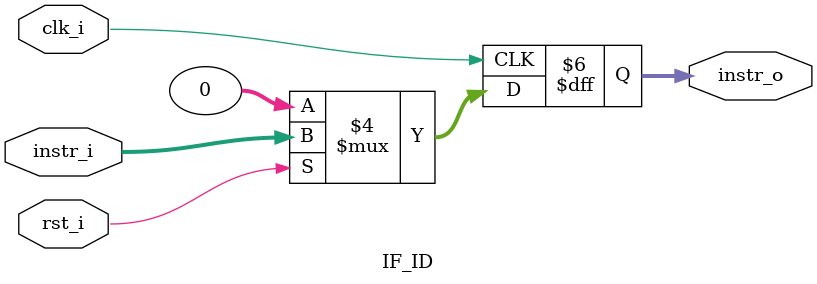
<source format=v>
/***************************************************
Student Name: 劉文心 黃子潔
Student ID: 0716080 0716203
***************************************************/

`timescale 1ns/1ps

module IF_ID(
	input clk_i,
	input rst_i,
	input [31:0] instr_i,
	output reg [31:0] instr_o
	);
    
/* Write your code HERE */

always @(posedge clk_i) begin
    if(~rst_i)
	    instr_o <= 0;
	else
	    begin
		instr_o <= instr_i;
		end
end

endmodule
</source>
